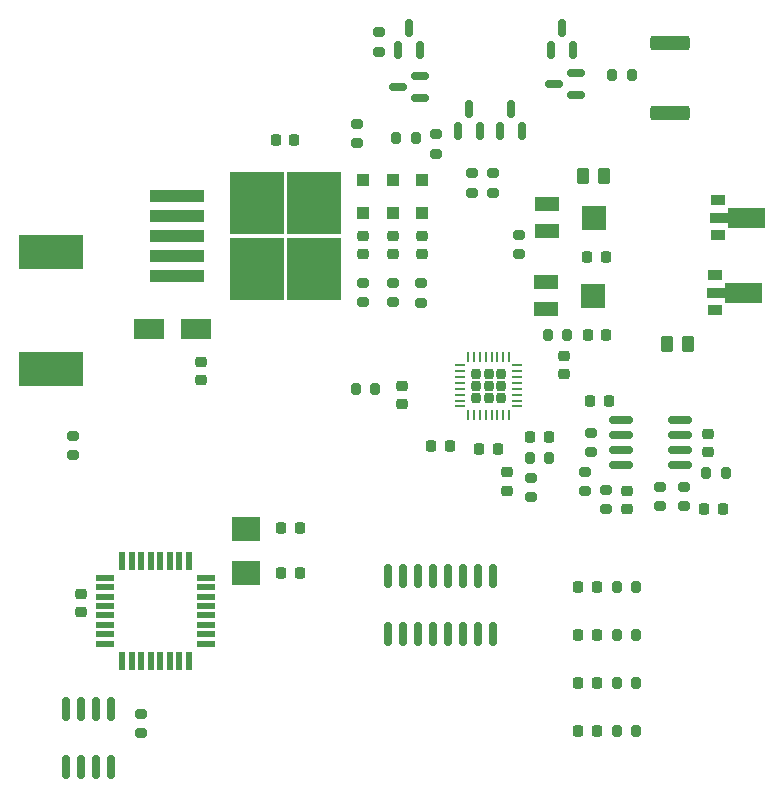
<source format=gbr>
%TF.GenerationSoftware,KiCad,Pcbnew,6.0.11+dfsg-1~bpo11+1*%
%TF.CreationDate,2023-02-26T16:43:03+01:00*%
%TF.ProjectId,gun_board,67756e5f-626f-4617-9264-2e6b69636164,rev?*%
%TF.SameCoordinates,PX6940178PY3a87660*%
%TF.FileFunction,Paste,Top*%
%TF.FilePolarity,Positive*%
%FSLAX46Y46*%
G04 Gerber Fmt 4.6, Leading zero omitted, Abs format (unit mm)*
G04 Created by KiCad (PCBNEW 6.0.11+dfsg-1~bpo11+1) date 2023-02-26 16:43:03*
%MOMM*%
%LPD*%
G01*
G04 APERTURE LIST*
G04 Aperture macros list*
%AMRoundRect*
0 Rectangle with rounded corners*
0 $1 Rounding radius*
0 $2 $3 $4 $5 $6 $7 $8 $9 X,Y pos of 4 corners*
0 Add a 4 corners polygon primitive as box body*
4,1,4,$2,$3,$4,$5,$6,$7,$8,$9,$2,$3,0*
0 Add four circle primitives for the rounded corners*
1,1,$1+$1,$2,$3*
1,1,$1+$1,$4,$5*
1,1,$1+$1,$6,$7*
1,1,$1+$1,$8,$9*
0 Add four rect primitives between the rounded corners*
20,1,$1+$1,$2,$3,$4,$5,0*
20,1,$1+$1,$4,$5,$6,$7,0*
20,1,$1+$1,$6,$7,$8,$9,0*
20,1,$1+$1,$8,$9,$2,$3,0*%
%AMFreePoly0*
4,1,9,3.862500,-0.866500,0.737500,-0.866500,0.737500,-0.450000,-0.737500,-0.450000,-0.737500,0.450000,0.737500,0.450000,0.737500,0.866500,3.862500,0.866500,3.862500,-0.866500,3.862500,-0.866500,$1*%
G04 Aperture macros list end*
%ADD10RoundRect,0.225000X-0.225000X-0.250000X0.225000X-0.250000X0.225000X0.250000X-0.225000X0.250000X0*%
%ADD11RoundRect,0.200000X-0.275000X0.200000X-0.275000X-0.200000X0.275000X-0.200000X0.275000X0.200000X0*%
%ADD12RoundRect,0.200000X-0.200000X-0.275000X0.200000X-0.275000X0.200000X0.275000X-0.200000X0.275000X0*%
%ADD13R,1.100000X1.100000*%
%ADD14R,1.300000X0.900000*%
%ADD15FreePoly0,0.000000*%
%ADD16RoundRect,0.250000X0.262500X0.450000X-0.262500X0.450000X-0.262500X-0.450000X0.262500X-0.450000X0*%
%ADD17RoundRect,0.200000X0.275000X-0.200000X0.275000X0.200000X-0.275000X0.200000X-0.275000X-0.200000X0*%
%ADD18RoundRect,0.225000X-0.250000X0.225000X-0.250000X-0.225000X0.250000X-0.225000X0.250000X0.225000X0*%
%ADD19RoundRect,0.207500X-0.207500X0.207500X-0.207500X-0.207500X0.207500X-0.207500X0.207500X0.207500X0*%
%ADD20RoundRect,0.062500X-0.062500X0.375000X-0.062500X-0.375000X0.062500X-0.375000X0.062500X0.375000X0*%
%ADD21RoundRect,0.062500X-0.375000X0.062500X-0.375000X-0.062500X0.375000X-0.062500X0.375000X0.062500X0*%
%ADD22RoundRect,0.225000X0.250000X-0.225000X0.250000X0.225000X-0.250000X0.225000X-0.250000X-0.225000X0*%
%ADD23RoundRect,0.250000X1.425000X-0.362500X1.425000X0.362500X-1.425000X0.362500X-1.425000X-0.362500X0*%
%ADD24RoundRect,0.150000X0.587500X0.150000X-0.587500X0.150000X-0.587500X-0.150000X0.587500X-0.150000X0*%
%ADD25R,2.500000X1.800000*%
%ADD26RoundRect,0.218750X-0.218750X-0.256250X0.218750X-0.256250X0.218750X0.256250X-0.218750X0.256250X0*%
%ADD27RoundRect,0.200000X0.200000X0.275000X-0.200000X0.275000X-0.200000X-0.275000X0.200000X-0.275000X0*%
%ADD28RoundRect,0.150000X-0.150000X0.825000X-0.150000X-0.825000X0.150000X-0.825000X0.150000X0.825000X0*%
%ADD29RoundRect,0.250000X-0.262500X-0.450000X0.262500X-0.450000X0.262500X0.450000X-0.262500X0.450000X0*%
%ADD30R,2.000000X1.300000*%
%ADD31R,2.000000X2.000000*%
%ADD32RoundRect,0.150000X-0.825000X-0.150000X0.825000X-0.150000X0.825000X0.150000X-0.825000X0.150000X0*%
%ADD33R,5.400000X2.900000*%
%ADD34R,2.400000X2.000000*%
%ADD35RoundRect,0.150000X0.150000X-0.587500X0.150000X0.587500X-0.150000X0.587500X-0.150000X-0.587500X0*%
%ADD36R,4.550000X5.250000*%
%ADD37R,4.600000X1.100000*%
%ADD38RoundRect,0.225000X0.225000X0.250000X-0.225000X0.250000X-0.225000X-0.250000X0.225000X-0.250000X0*%
%ADD39R,1.600000X0.550000*%
%ADD40R,0.550000X1.600000*%
G04 APERTURE END LIST*
D10*
%TO.C,C10*%
X55613000Y-20828000D03*
X57163000Y-20828000D03*
%TD*%
D11*
%TO.C,R17*%
X50800000Y-39561000D03*
X50800000Y-41211000D03*
%TD*%
D12*
%TO.C,R18*%
X50737000Y-37846000D03*
X52387000Y-37846000D03*
%TD*%
D13*
%TO.C,D6*%
X36576000Y-17148000D03*
X36576000Y-14348000D03*
%TD*%
D14*
%TO.C,Q2*%
X66422000Y-22376000D03*
D15*
X66509500Y-23876000D03*
D14*
X66422000Y-25376000D03*
%TD*%
D16*
%TO.C,R11*%
X57046500Y-13970000D03*
X55221500Y-13970000D03*
%TD*%
D17*
%TO.C,R7*%
X57150000Y-42227000D03*
X57150000Y-40577000D03*
%TD*%
D18*
%TO.C,C22*%
X41588000Y-19037000D03*
X41588000Y-20587000D03*
%TD*%
D10*
%TO.C,C1*%
X29705000Y-47625000D03*
X31255000Y-47625000D03*
%TD*%
D17*
%TO.C,R12*%
X61722000Y-41973000D03*
X61722000Y-40323000D03*
%TD*%
D19*
%TO.C,U6*%
X48274000Y-30720000D03*
X47244000Y-30720000D03*
X47244000Y-31750000D03*
X48274000Y-31750000D03*
X48274000Y-32780000D03*
X47244000Y-32780000D03*
X46214000Y-31750000D03*
X46214000Y-32780000D03*
X46214000Y-30720000D03*
D20*
X48994000Y-29312500D03*
X48494000Y-29312500D03*
X47994000Y-29312500D03*
X47494000Y-29312500D03*
X46994000Y-29312500D03*
X46494000Y-29312500D03*
X45994000Y-29312500D03*
X45494000Y-29312500D03*
D21*
X44806500Y-30000000D03*
X44806500Y-30500000D03*
X44806500Y-31000000D03*
X44806500Y-31500000D03*
X44806500Y-32000000D03*
X44806500Y-32500000D03*
X44806500Y-33000000D03*
X44806500Y-33500000D03*
D20*
X45494000Y-34187500D03*
X45994000Y-34187500D03*
X46494000Y-34187500D03*
X46994000Y-34187500D03*
X47494000Y-34187500D03*
X47994000Y-34187500D03*
X48494000Y-34187500D03*
X48994000Y-34187500D03*
D21*
X49681500Y-33500000D03*
X49681500Y-33000000D03*
X49681500Y-32500000D03*
X49681500Y-32000000D03*
X49681500Y-31500000D03*
X49681500Y-31000000D03*
X49681500Y-30500000D03*
X49681500Y-30000000D03*
%TD*%
D22*
%TO.C,C18*%
X53594000Y-30747000D03*
X53594000Y-29197000D03*
%TD*%
D23*
%TO.C,R27*%
X62611000Y-8646500D03*
X62611000Y-2721500D03*
%TD*%
D17*
%TO.C,R22*%
X42799000Y-12097000D03*
X42799000Y-10447000D03*
%TD*%
D24*
%TO.C,Q3*%
X41450500Y-7396000D03*
X41450500Y-5496000D03*
X39575500Y-6446000D03*
%TD*%
D17*
%TO.C,R13*%
X63754000Y-41973000D03*
X63754000Y-40323000D03*
%TD*%
D25*
%TO.C,D1*%
X18460320Y-26976380D03*
X22460320Y-26976380D03*
%TD*%
D18*
%TO.C,C21*%
X39116000Y-19037000D03*
X39116000Y-20587000D03*
%TD*%
D22*
%TO.C,C7*%
X22860000Y-31255000D03*
X22860000Y-29705000D03*
%TD*%
D10*
%TO.C,C13*%
X55626000Y-27432000D03*
X57176000Y-27432000D03*
%TD*%
D11*
%TO.C,R20*%
X36068000Y-9589000D03*
X36068000Y-11239000D03*
%TD*%
D26*
%TO.C,5V power*%
X54838500Y-52832000D03*
X56413500Y-52832000D03*
%TD*%
D27*
%TO.C,R15*%
X53911000Y-27432000D03*
X52261000Y-27432000D03*
%TD*%
D28*
%TO.C,U3*%
X15240000Y-59120000D03*
X13970000Y-59120000D03*
X12700000Y-59120000D03*
X11430000Y-59120000D03*
X11430000Y-64070000D03*
X12700000Y-64070000D03*
X13970000Y-64070000D03*
X15240000Y-64070000D03*
%TD*%
D27*
%TO.C,R2*%
X59753000Y-52832000D03*
X58103000Y-52832000D03*
%TD*%
D18*
%TO.C,C15*%
X48768000Y-39090000D03*
X48768000Y-40640000D03*
%TD*%
D17*
%TO.C,R23*%
X47625000Y-15399000D03*
X47625000Y-13749000D03*
%TD*%
D10*
%TO.C,C11*%
X65519000Y-42164000D03*
X67069000Y-42164000D03*
%TD*%
D29*
%TO.C,R16*%
X62333500Y-28194000D03*
X64158500Y-28194000D03*
%TD*%
D27*
%TO.C,R1*%
X59753000Y-48768000D03*
X58103000Y-48768000D03*
%TD*%
D26*
%TO.C,5V logic*%
X54838500Y-56896000D03*
X56413500Y-56896000D03*
%TD*%
D27*
%TO.C,R21*%
X41084000Y-10764000D03*
X39434000Y-10764000D03*
%TD*%
D18*
%TO.C,C19*%
X39878000Y-31750000D03*
X39878000Y-33300000D03*
%TD*%
D27*
%TO.C,R4*%
X59753000Y-56896000D03*
X58103000Y-56896000D03*
%TD*%
D18*
%TO.C,C2*%
X12700000Y-49390000D03*
X12700000Y-50940000D03*
%TD*%
D10*
%TO.C,C3*%
X29705000Y-43815000D03*
X31255000Y-43815000D03*
%TD*%
D30*
%TO.C,RV1*%
X52154000Y-16376000D03*
D31*
X56154000Y-17526000D03*
D30*
X52154000Y-18676000D03*
%TD*%
D32*
%TO.C,U4*%
X58485000Y-34671000D03*
X58485000Y-35941000D03*
X58485000Y-37211000D03*
X58485000Y-38481000D03*
X63435000Y-38481000D03*
X63435000Y-37211000D03*
X63435000Y-35941000D03*
X63435000Y-34671000D03*
%TD*%
D17*
%TO.C,R10*%
X49784000Y-20637000D03*
X49784000Y-18987000D03*
%TD*%
%TO.C,R8*%
X55372000Y-40703000D03*
X55372000Y-39053000D03*
%TD*%
D30*
%TO.C,RV2*%
X52122000Y-22980000D03*
D31*
X56122000Y-24130000D03*
D30*
X52122000Y-25280000D03*
%TD*%
D17*
%TO.C,R9*%
X55880000Y-37401000D03*
X55880000Y-35751000D03*
%TD*%
D12*
%TO.C,R14*%
X65691000Y-39116000D03*
X67341000Y-39116000D03*
%TD*%
D33*
%TO.C,L2*%
X10160000Y-20450000D03*
X10160000Y-30350000D03*
%TD*%
D17*
%TO.C,R6*%
X12065000Y-37655000D03*
X12065000Y-36005000D03*
%TD*%
D34*
%TO.C,Y1*%
X26670000Y-47570000D03*
X26670000Y-43870000D03*
%TD*%
D35*
%TO.C,Q4*%
X39563000Y-3319500D03*
X41463000Y-3319500D03*
X40513000Y-1444500D03*
%TD*%
D36*
%TO.C,U1*%
X32470000Y-16275000D03*
X27620000Y-21825000D03*
X32470000Y-21825000D03*
X27620000Y-16275000D03*
D37*
X20895000Y-15650000D03*
X20895000Y-17350000D03*
X20895000Y-19050000D03*
X20895000Y-20750000D03*
X20895000Y-22450000D03*
%TD*%
D11*
%TO.C,R30*%
X41557200Y-23076400D03*
X41557200Y-24726400D03*
%TD*%
D38*
%TO.C,C16*%
X43955000Y-36830000D03*
X42405000Y-36830000D03*
%TD*%
D27*
%TO.C,R24*%
X59372000Y-5430000D03*
X57722000Y-5430000D03*
%TD*%
D28*
%TO.C,U5*%
X47625000Y-47817000D03*
X46355000Y-47817000D03*
X45085000Y-47817000D03*
X43815000Y-47817000D03*
X42545000Y-47817000D03*
X41275000Y-47817000D03*
X40005000Y-47817000D03*
X38735000Y-47817000D03*
X38735000Y-52767000D03*
X40005000Y-52767000D03*
X41275000Y-52767000D03*
X42545000Y-52767000D03*
X43815000Y-52767000D03*
X45085000Y-52767000D03*
X46355000Y-52767000D03*
X47625000Y-52767000D03*
%TD*%
D10*
%TO.C,C5*%
X29235000Y-10960000D03*
X30785000Y-10960000D03*
%TD*%
D18*
%TO.C,C20*%
X36576000Y-19037000D03*
X36576000Y-20587000D03*
%TD*%
D17*
%TO.C,R25*%
X45847000Y-15399000D03*
X45847000Y-13749000D03*
%TD*%
D27*
%TO.C,R5*%
X59753000Y-60960000D03*
X58103000Y-60960000D03*
%TD*%
D17*
%TO.C,R3*%
X17780000Y-61150000D03*
X17780000Y-59500000D03*
%TD*%
D11*
%TO.C,R26*%
X37973000Y-1811000D03*
X37973000Y-3461000D03*
%TD*%
D26*
%TO.C,12V*%
X54838500Y-48768000D03*
X56413500Y-48768000D03*
%TD*%
D14*
%TO.C,Q1*%
X66676000Y-16026000D03*
D15*
X66763500Y-17526000D03*
D14*
X66676000Y-19026000D03*
%TD*%
D24*
%TO.C,Q7*%
X54658500Y-7142000D03*
X54658500Y-5242000D03*
X52783500Y-6192000D03*
%TD*%
D11*
%TO.C,R28*%
X36576000Y-23051000D03*
X36576000Y-24701000D03*
%TD*%
D12*
%TO.C,R19*%
X36005000Y-32004000D03*
X37655000Y-32004000D03*
%TD*%
D10*
%TO.C,C14*%
X50787000Y-36068000D03*
X52337000Y-36068000D03*
%TD*%
%TO.C,C17*%
X46469000Y-37084000D03*
X48019000Y-37084000D03*
%TD*%
D39*
%TO.C,U2*%
X23300000Y-53600000D03*
X23300000Y-52800000D03*
X23300000Y-52000000D03*
X23300000Y-51200000D03*
X23300000Y-50400000D03*
X23300000Y-49600000D03*
X23300000Y-48800000D03*
X23300000Y-48000000D03*
D40*
X21850000Y-46550000D03*
X21050000Y-46550000D03*
X20250000Y-46550000D03*
X19450000Y-46550000D03*
X18650000Y-46550000D03*
X17850000Y-46550000D03*
X17050000Y-46550000D03*
X16250000Y-46550000D03*
D39*
X14800000Y-48000000D03*
X14800000Y-48800000D03*
X14800000Y-49600000D03*
X14800000Y-50400000D03*
X14800000Y-51200000D03*
X14800000Y-52000000D03*
X14800000Y-52800000D03*
X14800000Y-53600000D03*
D40*
X16250000Y-55050000D03*
X17050000Y-55050000D03*
X17850000Y-55050000D03*
X18650000Y-55050000D03*
X19450000Y-55050000D03*
X20250000Y-55050000D03*
X21050000Y-55050000D03*
X21850000Y-55050000D03*
%TD*%
D18*
%TO.C,C8*%
X58928000Y-40627000D03*
X58928000Y-42177000D03*
%TD*%
D35*
%TO.C,Q6*%
X48199000Y-10177500D03*
X50099000Y-10177500D03*
X49149000Y-8302500D03*
%TD*%
D11*
%TO.C,R29*%
X39116000Y-23051000D03*
X39116000Y-24701000D03*
%TD*%
D26*
%TO.C,STATUS*%
X54838500Y-60960000D03*
X56413500Y-60960000D03*
%TD*%
D13*
%TO.C,D7*%
X39116000Y-17148000D03*
X39116000Y-14348000D03*
%TD*%
D35*
%TO.C,Q8*%
X52517000Y-3319500D03*
X54417000Y-3319500D03*
X53467000Y-1444500D03*
%TD*%
%TO.C,Q5*%
X44643000Y-10177500D03*
X46543000Y-10177500D03*
X45593000Y-8302500D03*
%TD*%
D13*
%TO.C,D8*%
X41588000Y-17148000D03*
X41588000Y-14348000D03*
%TD*%
D18*
%TO.C,C12*%
X65786000Y-35801000D03*
X65786000Y-37351000D03*
%TD*%
D38*
%TO.C,C9*%
X57417000Y-33020000D03*
X55867000Y-33020000D03*
%TD*%
M02*

</source>
